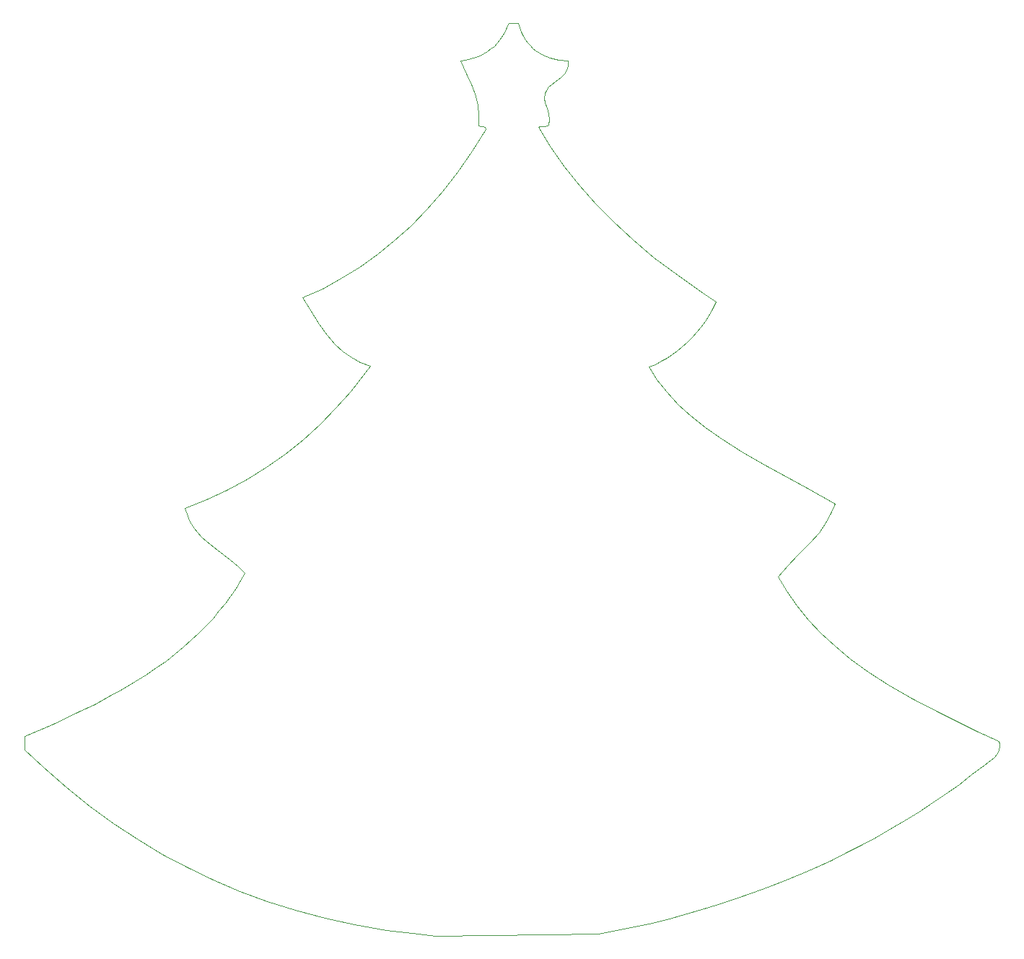
<source format=gbr>
G04 #@! TF.FileFunction,Profile,NP*
%FSLAX46Y46*%
G04 Gerber Fmt 4.6, Leading zero omitted, Abs format (unit mm)*
G04 Created by KiCad (PCBNEW 4.0.4-stable) date 12/07/16 00:48:56*
%MOMM*%
%LPD*%
G01*
G04 APERTURE LIST*
%ADD10C,0.100000*%
G04 APERTURE END LIST*
D10*
X203873116Y-71466307D02*
X203922532Y-71334746D01*
X203412026Y-72455488D02*
X203873116Y-71466307D01*
X202850709Y-73304167D02*
X203412026Y-72455488D01*
X202186395Y-74027998D02*
X202850709Y-73304167D01*
X201812669Y-74346800D02*
X202186395Y-74027998D01*
X201410333Y-74637007D02*
X201812669Y-74346800D01*
X200974229Y-74900892D02*
X201410333Y-74637007D01*
X200508187Y-75134855D02*
X200974229Y-74900892D01*
X200000451Y-75342695D02*
X200508187Y-75134855D01*
X199460694Y-75518522D02*
X200000451Y-75342695D01*
X198870042Y-75665907D02*
X199460694Y-75518522D01*
X198244500Y-75778395D02*
X198870042Y-75665907D01*
X198931069Y-77289351D02*
X198244500Y-75778395D01*
X199587388Y-78740080D02*
X198931069Y-77289351D01*
X200022591Y-79949904D02*
X199587388Y-78740080D01*
X200283364Y-81045622D02*
X200022591Y-79949904D01*
X200387795Y-82073668D02*
X200283364Y-81045622D01*
X200342904Y-83060988D02*
X200387795Y-82073668D01*
X200357171Y-83302321D02*
X200342904Y-83060988D01*
X200383714Y-83345488D02*
X200357171Y-83302321D01*
X200420731Y-83383101D02*
X200383714Y-83345488D01*
X200471070Y-83416075D02*
X200420731Y-83383101D01*
X200541238Y-83445341D02*
X200471070Y-83416075D01*
X200845002Y-83504912D02*
X200541238Y-83445341D01*
X201087334Y-83580931D02*
X200845002Y-83504912D01*
X201159707Y-83646834D02*
X201087334Y-83580931D01*
X201184007Y-83689558D02*
X201159707Y-83646834D01*
X201206940Y-83801512D02*
X201184007Y-83689558D01*
X199617020Y-86324904D02*
X201206940Y-83801512D01*
X197876183Y-88820540D02*
X199617020Y-86324904D01*
X196100411Y-91105116D02*
X197876183Y-88820540D01*
X194281594Y-93199263D02*
X196100411Y-91105116D01*
X192412362Y-95119322D02*
X194281594Y-93199263D01*
X190485627Y-96878401D02*
X192412362Y-95119322D01*
X188494271Y-98486967D02*
X190485627Y-96878401D01*
X186430932Y-99953200D02*
X188494271Y-98486967D01*
X184287896Y-101283308D02*
X186430932Y-99953200D01*
X182056985Y-102481688D02*
X184287896Y-101283308D01*
X179729523Y-103551039D02*
X182056985Y-102481688D01*
X180550141Y-104924254D02*
X179729523Y-103551039D01*
X181649880Y-106667189D02*
X180550141Y-104924254D01*
X182605203Y-107977736D02*
X181649880Y-106667189D01*
X183528588Y-109027617D02*
X182605203Y-107977736D01*
X184466149Y-109884794D02*
X183528588Y-109027617D01*
X185446519Y-110584196D02*
X184466149Y-109884794D01*
X186493226Y-111144591D02*
X185446519Y-110584196D01*
X187629128Y-111574156D02*
X186493226Y-111144591D01*
X187052598Y-112379652D02*
X187629128Y-111574156D01*
X185397401Y-114506239D02*
X187052598Y-112379652D01*
X183624368Y-116526701D02*
X185397401Y-114506239D01*
X181740258Y-118434126D02*
X183624368Y-116526701D01*
X179751443Y-120222700D02*
X181740258Y-118434126D01*
X177663781Y-121887617D02*
X179751443Y-120222700D01*
X175482545Y-123424910D02*
X177663781Y-121887617D01*
X173212365Y-124831282D02*
X175482545Y-123424910D01*
X170857232Y-126103865D02*
X173212365Y-124831282D01*
X168420495Y-127240187D02*
X170857232Y-126103865D01*
X165904870Y-128237898D02*
X168420495Y-127240187D01*
X166207429Y-129195433D02*
X165904870Y-128237898D01*
X166426865Y-129679899D02*
X166207429Y-129195433D01*
X166678574Y-130132124D02*
X166426865Y-129679899D01*
X166998208Y-130608488D02*
X166678574Y-130132124D01*
X167350732Y-131051970D02*
X166998208Y-130608488D01*
X167888108Y-131623213D02*
X167350732Y-131051970D01*
X168468644Y-132151304D02*
X167888108Y-131623213D01*
X169711198Y-133126021D02*
X168468644Y-132151304D01*
X171192170Y-134235289D02*
X169711198Y-133126021D01*
X172187157Y-135086668D02*
X171192170Y-134235289D01*
X172940621Y-135890837D02*
X172187157Y-135086668D01*
X172461411Y-136719527D02*
X172940621Y-135890837D01*
X171878869Y-137649130D02*
X172461411Y-136719527D01*
X171266656Y-138549078D02*
X171878869Y-137649130D01*
X170605637Y-139446585D02*
X171266656Y-138549078D01*
X169915147Y-140314619D02*
X170605637Y-139446585D01*
X169168473Y-141185461D02*
X169915147Y-140314619D01*
X168392327Y-142026839D02*
X169168473Y-141185461D01*
X167550073Y-142876784D02*
X168392327Y-142026839D01*
X166678162Y-143697066D02*
X167550073Y-142876784D01*
X165726479Y-144532736D02*
X166678162Y-143697066D01*
X164744744Y-145338362D02*
X165726479Y-144532736D01*
X163663590Y-146168287D02*
X164744744Y-145338362D01*
X162551774Y-146967558D02*
X163663590Y-146168287D01*
X161309869Y-147804350D02*
X162551774Y-146967558D01*
X160036424Y-148609595D02*
X161309869Y-147804350D01*
X158578156Y-149475645D02*
X160036424Y-148609595D01*
X157086953Y-150308752D02*
X158578156Y-149475645D01*
X155283837Y-151257094D02*
X157086953Y-150308752D01*
X153445077Y-152169775D02*
X155283837Y-151257094D01*
X150322312Y-153624647D02*
X153445077Y-152169775D01*
X147142876Y-155022833D02*
X150322312Y-153624647D01*
X147142876Y-155825323D02*
X147142876Y-155022833D01*
X147142876Y-156627554D02*
X147142876Y-155825323D01*
X149271088Y-158637129D02*
X147142876Y-156627554D01*
X151991860Y-161019278D02*
X149271088Y-158637129D01*
X154740205Y-163222059D02*
X151991860Y-161019278D01*
X157526795Y-165257887D02*
X154740205Y-163222059D01*
X160361367Y-167136603D02*
X157526795Y-165257887D01*
X163253106Y-168865935D02*
X160361367Y-167136603D01*
X166210839Y-170451849D02*
X163253106Y-168865935D01*
X169243279Y-171898772D02*
X166210839Y-170451849D01*
X172359071Y-173209769D02*
X169243279Y-171898772D01*
X175566933Y-174386671D02*
X172359071Y-173209769D01*
X178875733Y-175430159D02*
X175566933Y-174386671D01*
X182294465Y-176339857D02*
X178875733Y-175430159D01*
X185832375Y-177114378D02*
X182294465Y-176339857D01*
X189498933Y-177751387D02*
X185832375Y-177114378D01*
X193303849Y-178247633D02*
X189498933Y-177751387D01*
X195262032Y-178441778D02*
X193303849Y-178247633D01*
X214450000Y-178225000D02*
X195262032Y-178441778D01*
X216086091Y-177912367D02*
X214450000Y-178225000D01*
X218226281Y-177471434D02*
X216086091Y-177912367D01*
X220337457Y-176995779D02*
X218226281Y-177471434D01*
X222422891Y-176484999D02*
X220337457Y-176995779D01*
X224479043Y-175940336D02*
X222422891Y-176484999D01*
X226509545Y-175361159D02*
X224479043Y-175940336D01*
X228510476Y-174748915D02*
X226509545Y-175361159D01*
X230485787Y-174102736D02*
X228510476Y-174748915D01*
X232431268Y-173424322D02*
X230485787Y-174102736D01*
X234351083Y-172712523D02*
X232431268Y-173424322D01*
X236240777Y-171969305D02*
X234351083Y-172712523D01*
X238104775Y-171193220D02*
X236240777Y-171969305D01*
X239938317Y-170386549D02*
X238104775Y-171193220D01*
X241746056Y-169547514D02*
X239938317Y-170386549D01*
X243523034Y-168678709D02*
X241746056Y-169547514D01*
X245274041Y-167778036D02*
X243523034Y-168678709D01*
X246993935Y-166848418D02*
X245274041Y-167778036D01*
X248687646Y-165887419D02*
X246993935Y-166848418D01*
X250349892Y-164898298D02*
X248687646Y-165887419D01*
X251985680Y-163878302D02*
X250349892Y-164898298D01*
X253589639Y-162831000D02*
X251985680Y-163878302D01*
X255166802Y-161753325D02*
X253589639Y-162831000D01*
X256711739Y-160649199D02*
X255166802Y-161753325D01*
X258229501Y-159515211D02*
X256711739Y-160649199D01*
X259714654Y-158355620D02*
X258229501Y-159515211D01*
X260163583Y-158018736D02*
X259714654Y-158355620D01*
X260803399Y-157514082D02*
X260163583Y-158018736D01*
X261202981Y-157078543D02*
X260803399Y-157514082D01*
X261433862Y-156645979D02*
X261202981Y-157078543D01*
X261518166Y-156179136D02*
X261433862Y-156645979D01*
X261502419Y-155919722D02*
X261518166Y-156179136D01*
X261442712Y-155640196D02*
X261502419Y-155919722D01*
X258791512Y-154377814D02*
X261442712Y-155640196D01*
X254509591Y-152291014D02*
X258791512Y-154377814D01*
X251219781Y-150569845D02*
X254509591Y-152291014D01*
X248470147Y-148989081D02*
X251219781Y-150569845D01*
X246093438Y-147466994D02*
X248470147Y-148989081D01*
X244004311Y-145962446D02*
X246093438Y-147466994D01*
X242151345Y-144450453D02*
X244004311Y-145962446D01*
X240500314Y-142913534D02*
X242151345Y-144450453D01*
X239027016Y-141337881D02*
X240500314Y-142913534D01*
X237713967Y-139711455D02*
X239027016Y-141337881D01*
X236548409Y-138022879D02*
X237713967Y-139711455D01*
X235521462Y-136260847D02*
X236548409Y-138022879D01*
X236612252Y-134993361D02*
X235521462Y-136260847D01*
X237774896Y-133797697D02*
X236612252Y-134993361D01*
X239260613Y-132280989D02*
X237774896Y-133797697D01*
X240293740Y-131093565D02*
X239260613Y-132280989D01*
X241089013Y-129989332D02*
X240293740Y-131093565D01*
X241711144Y-128887861D02*
X241089013Y-129989332D01*
X242187035Y-127743880D02*
X241711144Y-128887861D01*
X238918816Y-125862272D02*
X242187035Y-127743880D01*
X234235925Y-123311659D02*
X238918816Y-125862272D01*
X231254693Y-121615172D02*
X234235925Y-123311659D01*
X228896157Y-120141234D02*
X231254693Y-121615172D01*
X226917977Y-118752089D02*
X228896157Y-120141234D01*
X225217492Y-117390059D02*
X226917977Y-118752089D01*
X223738763Y-116023100D02*
X225217492Y-117390059D01*
X222446984Y-114629637D02*
X223738763Y-116023100D01*
X221319039Y-113192808D02*
X222446984Y-114629637D01*
X220339272Y-111697661D02*
X221319039Y-113192808D01*
X220360040Y-111689039D02*
X220339272Y-111697661D01*
X221079980Y-111367949D02*
X220360040Y-111689039D01*
X221769753Y-111016707D02*
X221079980Y-111367949D01*
X222435464Y-110632567D02*
X221769753Y-111016707D01*
X223071755Y-110219008D02*
X222435464Y-110632567D01*
X223688485Y-109769530D02*
X223071755Y-110219008D01*
X224276162Y-109290983D02*
X223688485Y-109769530D01*
X224848016Y-108772017D02*
X224276162Y-109290983D01*
X225390832Y-108223997D02*
X224848016Y-108772017D01*
X225920708Y-107629469D02*
X225390832Y-108223997D01*
X226421243Y-107005598D02*
X225920708Y-107629469D01*
X226910806Y-106327482D02*
X226421243Y-107005598D01*
X227370400Y-105619414D02*
X226910806Y-106327482D01*
X227820077Y-104847502D02*
X227370400Y-105619414D01*
X228238885Y-104044722D02*
X227820077Y-104847502D01*
X226715173Y-103047056D02*
X228238885Y-104044722D01*
X223694787Y-100943434D02*
X226715173Y-103047056D01*
X220957757Y-98860197D02*
X223694787Y-100943434D01*
X218463784Y-96776640D02*
X220957757Y-98860197D01*
X216183785Y-94677244D02*
X218463784Y-96776640D01*
X214095849Y-92549559D02*
X216183785Y-94677244D01*
X212183106Y-90382887D02*
X214095849Y-92549559D01*
X210432404Y-88167555D02*
X212183106Y-90382887D01*
X208833489Y-85894469D02*
X210432404Y-88167555D01*
X207378480Y-83554671D02*
X208833489Y-85894469D01*
X207539674Y-83466322D02*
X207378480Y-83554671D01*
X208148209Y-83456785D02*
X207539674Y-83466322D01*
X208441621Y-83422209D02*
X208148209Y-83456785D01*
X208532021Y-83372069D02*
X208441621Y-83422209D01*
X208564759Y-83337492D02*
X208532021Y-83372069D01*
X208589242Y-83295958D02*
X208564759Y-83337492D01*
X208612862Y-83184324D02*
X208589242Y-83295958D01*
X208656068Y-82667708D02*
X208612862Y-83184324D01*
X208587197Y-81972044D02*
X208656068Y-82667708D01*
X208417207Y-81390059D02*
X208587197Y-81972044D01*
X208165803Y-80679945D02*
X208417207Y-81390059D01*
X208070367Y-80150282D02*
X208165803Y-80679945D01*
X208119180Y-79604872D02*
X208070367Y-80150282D01*
X208288239Y-79196760D02*
X208119180Y-79604872D01*
X208571053Y-78848692D02*
X208288239Y-79196760D01*
X208933404Y-78539686D02*
X208571053Y-78848692D01*
X209341058Y-78248747D02*
X208933404Y-78539686D01*
X210026093Y-77748839D02*
X209341058Y-78248747D01*
X210458474Y-77319746D02*
X210026093Y-77748839D01*
X210727441Y-76877516D02*
X210458474Y-77319746D01*
X210856904Y-76378569D02*
X210727441Y-76877516D01*
X210866830Y-76092467D02*
X210856904Y-76378569D01*
X210834946Y-75778395D02*
X210866830Y-76092467D01*
X209802575Y-75677122D02*
X210834946Y-75778395D01*
X208757432Y-75438490D02*
X209802575Y-75677122D01*
X207858491Y-75080534D02*
X208757432Y-75438490D01*
X207084473Y-74606718D02*
X207858491Y-75080534D01*
X206737710Y-74323836D02*
X207084473Y-74606718D01*
X206419770Y-74012144D02*
X206737710Y-74323836D01*
X206122964Y-73662642D02*
X206419770Y-74012144D01*
X205855660Y-73283659D02*
X206122964Y-73662642D01*
X205607888Y-72857558D02*
X205855660Y-73283659D01*
X205391206Y-72400374D02*
X205607888Y-72857558D01*
X205195542Y-71884321D02*
X205391206Y-72400374D01*
X205033402Y-71334746D02*
X205195542Y-71884321D01*
X204477906Y-71334746D02*
X205033402Y-71334746D01*
X203922532Y-71334746D02*
X204477906Y-71334746D01*
M02*

</source>
